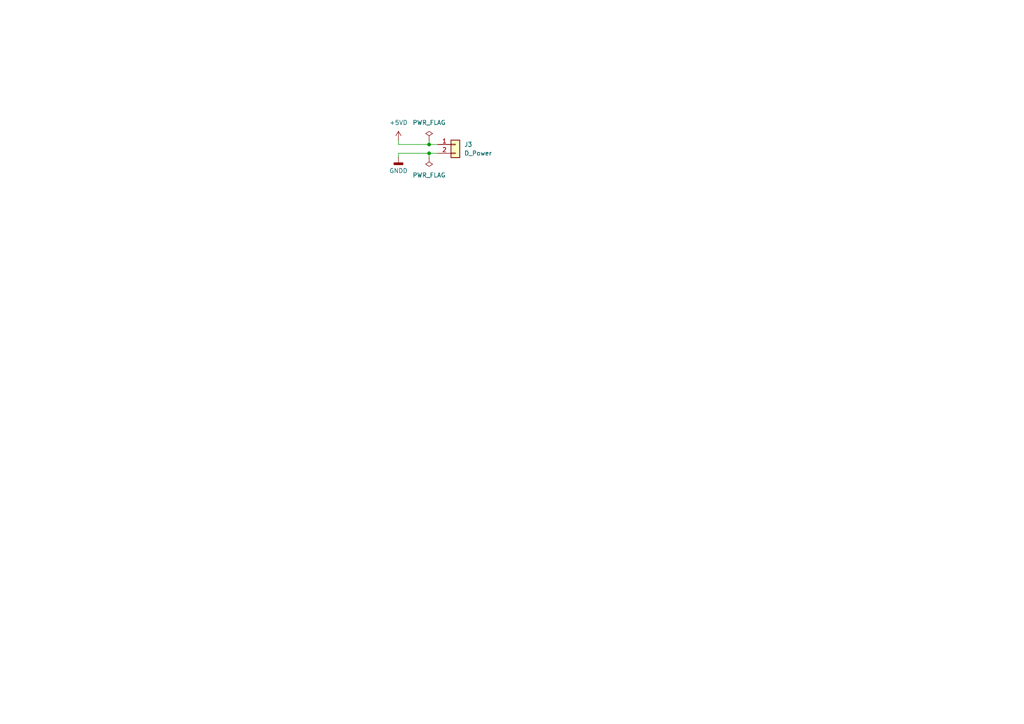
<source format=kicad_sch>
(kicad_sch (version 20250114) (generator "eeschema") (generator_version "9.0")
  (paper "A4")
  (lib_symbols
    (symbol "Connector_Generic:Conn_01x02" (pin_names (offset 1.016) (hide yes))
      (property "Reference" "J" (at 0 2.54 0))
      (property "Value" "Conn_01x02" (at 0 -5.08 0))
      (symbol "Conn_01x02_1_1"
        (rectangle (start -1.27 1.27) (end 1.27 -3.81) (stroke (width 0.254)) (fill (type background)))
        (rectangle (start -1.27 0.127) (end 0 -0.127) (stroke (width 0.1524)))
        (rectangle (start -1.27 -2.413) (end 0 -2.667) (stroke (width 0.1524)))
        (pin passive line (at -5.08 0 0) (length 3.81) (name "Pin_1") (number "1"))
        (pin passive line (at -5.08 -2.54 0) (length 3.81) (name "Pin_2") (number "2"))
      )
    )
    (symbol "power:+5VD" (power) (pin_numbers (hide yes)) (pin_names (offset 0) (hide yes))
      (property "Value" "+5VD" (at 0 3.556 0))
      (symbol "+5VD_0_1"
        (polyline (pts (xy -0.762 1.27) (xy 0 2.54)))
        (polyline (pts (xy 0 2.54) (xy 0.762 1.27)))
        (polyline (pts (xy 0 0) (xy 0 2.54)))
      )
      (symbol "+5VD_1_1"
        (pin power_in line (at 0 0 90) (length 0) (name "~") (number "1"))
      )
    )
    (symbol "power:GNDD" (power) (pin_numbers (hide yes)) (pin_names (offset 0) (hide yes))
      (property "Value" "GNDD" (at 0 -3.175 0))
      (symbol "GNDD_0_1"
        (rectangle (start -1.27 -1.524) (end 1.27 -2.032) (stroke (width 0.254)) (fill (type outline)))
        (polyline (pts (xy 0 0) (xy 0 -1.524)))
      )
      (symbol "GNDD_1_1"
        (pin power_in line (at 0 0 270) (length 0) (name "~") (number "1"))
      )
    )
    (symbol "power:PWR_FLAG" (power) (pin_numbers (hide yes)) (pin_names (offset 0) (hide yes))
      (property "Value" "PWR_FLAG" (at 0 3.81 0))
      (symbol "PWR_FLAG_0_0"
        (pin power_out line (at 0 0 90) (length 0) (name "~") (number "1"))
      )
      (symbol "PWR_FLAG_0_1"
        (polyline (pts (xy 0 0) (xy 0 1.27) (xy -1.016 1.905) (xy 0 2.54) (xy 1.016 1.905) (xy 0 1.27)))
      )
    )
  )
  (junction (at 124.46 41.91))
  (junction (at 124.46 44.45))
  (wire (pts (xy 124.46 44.45) (xy 115.57 44.45)))
  (wire (pts (xy 115.57 44.45) (xy 115.57 45.72)))
  (wire (pts (xy 124.46 41.91) (xy 115.57 41.91)))
  (wire (pts (xy 115.57 41.91) (xy 115.57 40.64)))
  (wire (pts (xy 124.46 40.64) (xy 124.46 41.91)))
  (wire (pts (xy 127 44.45) (xy 124.46 44.45)))
  (wire (pts (xy 124.46 45.72) (xy 124.46 44.45)))
  (wire (pts (xy 127 41.91) (xy 124.46 41.91)))
  (symbol (lib_id "Connector_Generic:Conn_01x02") (at 132.08 41.91 0) (unit 1)
    (property "Reference" "J3" (at 134.62 41.9099 0) (effects (justify left)))
    (property "Value" "D_Power" (at 134.62 44.4499 0) (effects (justify left)))
    (property "Footprint" "Connector_PinSocket_2.54mm:PinSocket_1x02_P2.54mm_Vertical" (effects (hide yes)))
    (property "Description" "Generic connector, single row, 01x02, script generated (kicad-library-utils/schlib/autogen/connector/)" (effects (hide yes)))
  )
  (symbol (lib_id "power:GNDD") (at 115.57 45.72 0) (unit 1)
    (property "Reference" "#PWR0171" (effects (hide yes)))
    (property "Value" "GNDD" (at 115.57 49.53 0))
    (property "Description" "Power symbol creates a global label with name \"GNDD\" , digital ground" (effects (hide yes)))
  )
  (symbol (lib_id "power:PWR_FLAG") (at 124.46 40.64 0) (unit 1)
    (property "Reference" "#FLG01" (effects (hide yes)))
    (property "Value" "PWR_FLAG" (at 124.46 35.56 0))
    (property "Description" "Special symbol for telling ERC where power comes from" (effects (hide yes)))
  )
  (symbol (lib_id "power:+5VD") (at 115.57 40.64 0) (unit 1)
    (property "Reference" "#PWR0170" (effects (hide yes)))
    (property "Value" "+5VD" (at 115.57 35.56 0))
    (property "Description" "Power symbol creates a global label with name \"+5VD\"" (effects (hide yes)))
  )
  (symbol (lib_id "power:PWR_FLAG") (at 124.46 45.72 180) (unit 1)
    (property "Reference" "#FLG02" (effects (hide yes)))
    (property "Value" "PWR_FLAG" (at 124.46 50.8 0))
    (property "Description" "Special symbol for telling ERC where power comes from" (effects (hide yes)))
  )
)
</source>
